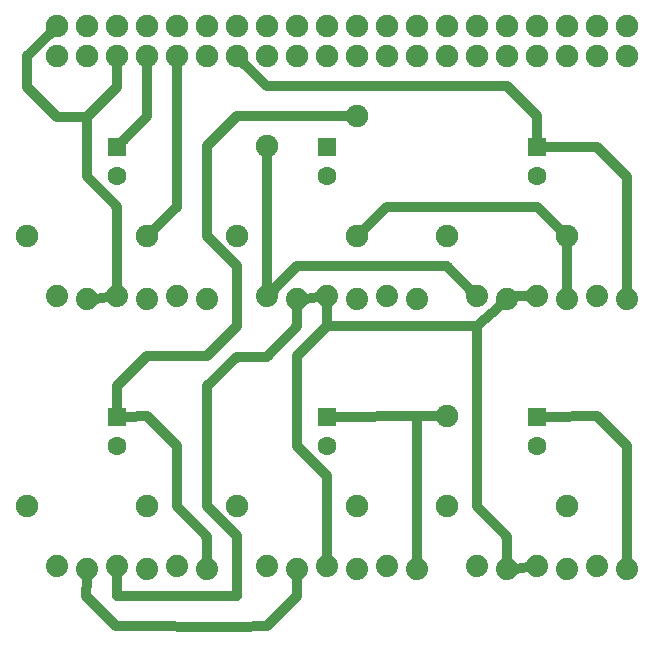
<source format=gtl>
G04 MADE WITH FRITZING*
G04 WWW.FRITZING.ORG*
G04 DOUBLE SIDED*
G04 HOLES PLATED*
G04 CONTOUR ON CENTER OF CONTOUR VECTOR*
%ASAXBY*%
%FSLAX23Y23*%
%MOIN*%
%OFA0B0*%
%SFA1.0B1.0*%
%ADD10C,0.075000*%
%ADD11C,0.062992*%
%ADD12C,0.074000*%
%ADD13C,0.074667*%
%ADD14C,0.074695*%
%ADD15C,0.075433*%
%ADD16R,0.062992X0.062992*%
%ADD17C,0.032000*%
%LNCOPPER1*%
G90*
G70*
G54D10*
X286Y1568D03*
X686Y1568D03*
G54D11*
X586Y1866D03*
X586Y1768D03*
G54D10*
X986Y1568D03*
X1386Y1568D03*
G54D11*
X1286Y1866D03*
X1286Y1768D03*
G54D10*
X1686Y1568D03*
X2086Y1568D03*
G54D11*
X1986Y1866D03*
X1986Y1768D03*
G54D10*
X286Y668D03*
X686Y668D03*
G54D11*
X586Y966D03*
X586Y868D03*
G54D10*
X986Y668D03*
X1386Y668D03*
G54D11*
X1286Y966D03*
X1286Y868D03*
G54D10*
X1686Y668D03*
X2086Y668D03*
G54D11*
X1986Y966D03*
X1986Y868D03*
G54D12*
X886Y1358D03*
X786Y1368D03*
X686Y1358D03*
X586Y1368D03*
X486Y1358D03*
X386Y1368D03*
X1586Y1358D03*
X1486Y1368D03*
X1386Y1358D03*
X1286Y1368D03*
X1186Y1358D03*
X1086Y1368D03*
X2286Y1358D03*
X2186Y1368D03*
X2086Y1358D03*
X1986Y1368D03*
X1886Y1358D03*
X1786Y1368D03*
X886Y458D03*
X786Y468D03*
X686Y458D03*
X586Y468D03*
X486Y458D03*
X386Y468D03*
X1586Y458D03*
X1486Y468D03*
X1386Y458D03*
X1286Y468D03*
X1186Y458D03*
X1086Y468D03*
X2286Y458D03*
X2186Y468D03*
X2086Y458D03*
X1986Y468D03*
X1886Y458D03*
X1786Y468D03*
G54D13*
X386Y2168D03*
X486Y2168D03*
X586Y2168D03*
X686Y2168D03*
G54D14*
X786Y2168D03*
G54D13*
X886Y2168D03*
X986Y2168D03*
X1086Y2168D03*
X1186Y2168D03*
G54D14*
X1286Y2168D03*
G54D13*
X1386Y2168D03*
G54D14*
X1486Y2168D03*
G54D13*
X1586Y2168D03*
X1686Y2168D03*
X1786Y2168D03*
X1886Y2168D03*
G54D14*
X1986Y2168D03*
G54D13*
X2086Y2168D03*
X2186Y2168D03*
X2286Y2168D03*
X2286Y2268D03*
X2186Y2268D03*
X2086Y2268D03*
G54D14*
X1986Y2268D03*
G54D13*
X1886Y2268D03*
X1786Y2268D03*
X1686Y2268D03*
X1586Y2268D03*
G54D14*
X1486Y2268D03*
G54D13*
X1386Y2268D03*
G54D14*
X1286Y2268D03*
G54D13*
X1186Y2268D03*
X1086Y2268D03*
X986Y2268D03*
X886Y2268D03*
G54D14*
X786Y2268D03*
G54D13*
X686Y2268D03*
X586Y2268D03*
X486Y2268D03*
X386Y2268D03*
G54D15*
X1386Y1968D03*
X1686Y968D03*
X1086Y1868D03*
G54D16*
X586Y1866D03*
X1286Y1866D03*
X1986Y1866D03*
X586Y966D03*
X1286Y966D03*
X1986Y966D03*
G54D17*
X2086Y1539D02*
X2086Y1389D01*
D02*
X2186Y1866D02*
X2285Y1767D01*
D02*
X2013Y1866D02*
X2186Y1866D01*
D02*
X2285Y1767D02*
X2286Y1389D01*
D02*
X1986Y1968D02*
X1886Y2068D01*
D02*
X1886Y2068D02*
X1086Y2068D01*
D02*
X1086Y2068D02*
X1009Y2144D01*
D02*
X1986Y1893D02*
X1986Y1968D01*
D02*
X1186Y421D02*
X1186Y368D01*
D02*
X584Y269D02*
X484Y368D01*
D02*
X985Y267D02*
X584Y269D01*
D02*
X1085Y268D02*
X985Y267D01*
D02*
X484Y368D02*
X485Y427D01*
D02*
X2286Y868D02*
X2186Y968D01*
D02*
X2186Y968D02*
X2013Y967D01*
D02*
X2286Y489D02*
X2286Y868D01*
D02*
X1886Y489D02*
X1886Y567D01*
D02*
X1786Y1268D02*
X1863Y1337D01*
D02*
X1286Y1337D02*
X1286Y1268D01*
D02*
X1286Y1268D02*
X1186Y1168D01*
D02*
X1186Y868D02*
X1286Y768D01*
D02*
X1186Y1168D02*
X1186Y868D01*
D02*
X1286Y768D02*
X1286Y499D01*
D02*
X1786Y1168D02*
X1786Y1268D01*
D02*
X1786Y668D02*
X1786Y1168D01*
D02*
X1886Y567D02*
X1786Y668D01*
D02*
X1255Y1365D02*
X1217Y1361D01*
D02*
X686Y1968D02*
X605Y1885D01*
D02*
X686Y2135D02*
X686Y1968D01*
D02*
X886Y495D02*
X886Y567D01*
D02*
X886Y567D02*
X786Y668D01*
D02*
X786Y668D02*
X786Y868D01*
D02*
X786Y868D02*
X686Y968D01*
D02*
X686Y968D02*
X618Y967D01*
D02*
X985Y1968D02*
X886Y1868D01*
D02*
X1352Y1968D02*
X985Y1968D01*
D02*
X886Y1868D02*
X886Y1568D01*
D02*
X985Y1468D02*
X985Y1268D01*
D02*
X886Y1568D02*
X985Y1468D01*
D02*
X985Y1268D02*
X887Y1169D01*
D02*
X687Y1169D02*
X585Y1069D01*
D02*
X887Y1169D02*
X687Y1169D01*
D02*
X585Y1069D02*
X586Y993D01*
D02*
X1313Y967D02*
X1585Y969D01*
D02*
X1585Y969D02*
X1657Y968D01*
D02*
X1586Y489D02*
X1585Y969D01*
D02*
X1086Y1839D02*
X1086Y1399D01*
D02*
X1764Y1390D02*
X1686Y1468D01*
D02*
X1587Y1468D02*
X1186Y1468D01*
D02*
X1686Y1468D02*
X1587Y1468D01*
D02*
X1186Y1468D02*
X1086Y1368D01*
D02*
X1086Y1368D02*
X1111Y1387D01*
D02*
X586Y437D02*
X587Y368D01*
D02*
X587Y368D02*
X886Y368D01*
D02*
X986Y467D02*
X985Y568D01*
D02*
X986Y368D02*
X986Y467D01*
D02*
X886Y368D02*
X986Y368D01*
D02*
X985Y568D02*
X886Y668D01*
D02*
X886Y1068D02*
X985Y1167D01*
D02*
X1086Y1167D02*
X1186Y1268D01*
D02*
X985Y1167D02*
X1086Y1167D01*
D02*
X886Y668D02*
X886Y1068D01*
D02*
X1186Y1268D02*
X1186Y1327D01*
D02*
X1955Y1368D02*
X1916Y1368D01*
D02*
X1916Y1368D02*
X1916Y1368D01*
D02*
X517Y1361D02*
X555Y1365D01*
D02*
X587Y2067D02*
X485Y1967D01*
D02*
X586Y2136D02*
X587Y2067D01*
D02*
X485Y1967D02*
X486Y1768D01*
D02*
X587Y1667D02*
X586Y1399D01*
D02*
X486Y1768D02*
X587Y1667D01*
D02*
X363Y2244D02*
X286Y2168D01*
D02*
X286Y2168D02*
X286Y2067D01*
D02*
X385Y1967D02*
X485Y1967D01*
D02*
X286Y2067D02*
X385Y1967D01*
D02*
X587Y2067D02*
X586Y2136D01*
D02*
X485Y1967D02*
X587Y2067D01*
D02*
X2066Y1588D02*
X1986Y1667D01*
D02*
X1986Y1667D02*
X1786Y1667D01*
D02*
X1786Y1667D02*
X1487Y1667D01*
D02*
X1487Y1667D02*
X1406Y1588D01*
D02*
X786Y1667D02*
X786Y2136D01*
D02*
X706Y1588D02*
X786Y1667D01*
D02*
X1286Y1268D02*
X1286Y1337D01*
D02*
X1686Y1268D02*
X1286Y1268D01*
D02*
X1786Y1268D02*
X1686Y1268D01*
D02*
X1863Y1337D02*
X1786Y1268D01*
D02*
X1955Y465D02*
X1917Y461D01*
D02*
X1186Y368D02*
X1085Y268D01*
G04 End of Copper1*
M02*
</source>
